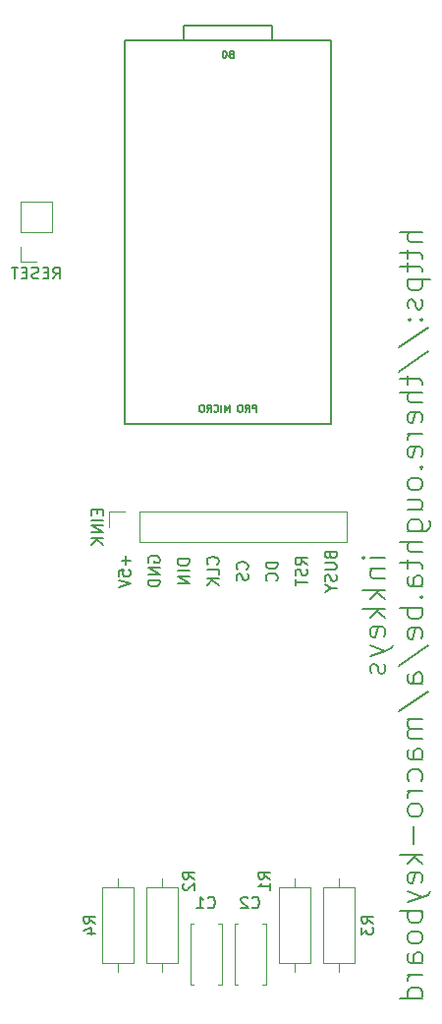
<source format=gbr>
G04 #@! TF.GenerationSoftware,KiCad,Pcbnew,(6.0.0)*
G04 #@! TF.CreationDate,2022-01-02T21:04:18+02:00*
G04 #@! TF.ProjectId,inkkeys,696e6b6b-6579-4732-9e6b-696361645f70,rev?*
G04 #@! TF.SameCoordinates,Original*
G04 #@! TF.FileFunction,Legend,Bot*
G04 #@! TF.FilePolarity,Positive*
%FSLAX46Y46*%
G04 Gerber Fmt 4.6, Leading zero omitted, Abs format (unit mm)*
G04 Created by KiCad (PCBNEW (6.0.0)) date 2022-01-02 21:04:18*
%MOMM*%
%LPD*%
G01*
G04 APERTURE LIST*
%ADD10C,0.150000*%
%ADD11C,0.127000*%
%ADD12C,0.120000*%
G04 APERTURE END LIST*
D10*
X98988571Y-79922857D02*
X99036190Y-80065714D01*
X99083809Y-80113333D01*
X99179047Y-80160952D01*
X99321904Y-80160952D01*
X99417142Y-80113333D01*
X99464761Y-80065714D01*
X99512380Y-79970476D01*
X99512380Y-79589523D01*
X98512380Y-79589523D01*
X98512380Y-79922857D01*
X98560000Y-80018095D01*
X98607619Y-80065714D01*
X98702857Y-80113333D01*
X98798095Y-80113333D01*
X98893333Y-80065714D01*
X98940952Y-80018095D01*
X98988571Y-79922857D01*
X98988571Y-79589523D01*
X98512380Y-80589523D02*
X99321904Y-80589523D01*
X99417142Y-80637142D01*
X99464761Y-80684761D01*
X99512380Y-80780000D01*
X99512380Y-80970476D01*
X99464761Y-81065714D01*
X99417142Y-81113333D01*
X99321904Y-81160952D01*
X98512380Y-81160952D01*
X99464761Y-81589523D02*
X99512380Y-81732380D01*
X99512380Y-81970476D01*
X99464761Y-82065714D01*
X99417142Y-82113333D01*
X99321904Y-82160952D01*
X99226666Y-82160952D01*
X99131428Y-82113333D01*
X99083809Y-82065714D01*
X99036190Y-81970476D01*
X98988571Y-81780000D01*
X98940952Y-81684761D01*
X98893333Y-81637142D01*
X98798095Y-81589523D01*
X98702857Y-81589523D01*
X98607619Y-81637142D01*
X98560000Y-81684761D01*
X98512380Y-81780000D01*
X98512380Y-82018095D01*
X98560000Y-82160952D01*
X99036190Y-82780000D02*
X99512380Y-82780000D01*
X98512380Y-82446666D02*
X99036190Y-82780000D01*
X98512380Y-83113333D01*
X96972380Y-80732380D02*
X96496190Y-80399047D01*
X96972380Y-80160952D02*
X95972380Y-80160952D01*
X95972380Y-80541904D01*
X96020000Y-80637142D01*
X96067619Y-80684761D01*
X96162857Y-80732380D01*
X96305714Y-80732380D01*
X96400952Y-80684761D01*
X96448571Y-80637142D01*
X96496190Y-80541904D01*
X96496190Y-80160952D01*
X96924761Y-81113333D02*
X96972380Y-81256190D01*
X96972380Y-81494285D01*
X96924761Y-81589523D01*
X96877142Y-81637142D01*
X96781904Y-81684761D01*
X96686666Y-81684761D01*
X96591428Y-81637142D01*
X96543809Y-81589523D01*
X96496190Y-81494285D01*
X96448571Y-81303809D01*
X96400952Y-81208571D01*
X96353333Y-81160952D01*
X96258095Y-81113333D01*
X96162857Y-81113333D01*
X96067619Y-81160952D01*
X96020000Y-81208571D01*
X95972380Y-81303809D01*
X95972380Y-81541904D01*
X96020000Y-81684761D01*
X95972380Y-81970476D02*
X95972380Y-82541904D01*
X96972380Y-82256190D02*
X95972380Y-82256190D01*
X94432380Y-80518095D02*
X93432380Y-80518095D01*
X93432380Y-80756190D01*
X93480000Y-80899047D01*
X93575238Y-80994285D01*
X93670476Y-81041904D01*
X93860952Y-81089523D01*
X94003809Y-81089523D01*
X94194285Y-81041904D01*
X94289523Y-80994285D01*
X94384761Y-80899047D01*
X94432380Y-80756190D01*
X94432380Y-80518095D01*
X94337142Y-82089523D02*
X94384761Y-82041904D01*
X94432380Y-81899047D01*
X94432380Y-81803809D01*
X94384761Y-81660952D01*
X94289523Y-81565714D01*
X94194285Y-81518095D01*
X94003809Y-81470476D01*
X93860952Y-81470476D01*
X93670476Y-81518095D01*
X93575238Y-81565714D01*
X93480000Y-81660952D01*
X93432380Y-81803809D01*
X93432380Y-81899047D01*
X93480000Y-82041904D01*
X93527619Y-82089523D01*
X91797142Y-81113333D02*
X91844761Y-81065714D01*
X91892380Y-80922857D01*
X91892380Y-80827619D01*
X91844761Y-80684761D01*
X91749523Y-80589523D01*
X91654285Y-80541904D01*
X91463809Y-80494285D01*
X91320952Y-80494285D01*
X91130476Y-80541904D01*
X91035238Y-80589523D01*
X90940000Y-80684761D01*
X90892380Y-80827619D01*
X90892380Y-80922857D01*
X90940000Y-81065714D01*
X90987619Y-81113333D01*
X91844761Y-81494285D02*
X91892380Y-81637142D01*
X91892380Y-81875238D01*
X91844761Y-81970476D01*
X91797142Y-82018095D01*
X91701904Y-82065714D01*
X91606666Y-82065714D01*
X91511428Y-82018095D01*
X91463809Y-81970476D01*
X91416190Y-81875238D01*
X91368571Y-81684761D01*
X91320952Y-81589523D01*
X91273333Y-81541904D01*
X91178095Y-81494285D01*
X91082857Y-81494285D01*
X90987619Y-81541904D01*
X90940000Y-81589523D01*
X90892380Y-81684761D01*
X90892380Y-81922857D01*
X90940000Y-82065714D01*
X89257142Y-80684761D02*
X89304761Y-80637142D01*
X89352380Y-80494285D01*
X89352380Y-80399047D01*
X89304761Y-80256190D01*
X89209523Y-80160952D01*
X89114285Y-80113333D01*
X88923809Y-80065714D01*
X88780952Y-80065714D01*
X88590476Y-80113333D01*
X88495238Y-80160952D01*
X88400000Y-80256190D01*
X88352380Y-80399047D01*
X88352380Y-80494285D01*
X88400000Y-80637142D01*
X88447619Y-80684761D01*
X89352380Y-81589523D02*
X89352380Y-81113333D01*
X88352380Y-81113333D01*
X89352380Y-81922857D02*
X88352380Y-81922857D01*
X89352380Y-82494285D02*
X88780952Y-82065714D01*
X88352380Y-82494285D02*
X88923809Y-81922857D01*
X86812380Y-80256190D02*
X85812380Y-80256190D01*
X85812380Y-80494285D01*
X85860000Y-80637142D01*
X85955238Y-80732380D01*
X86050476Y-80780000D01*
X86240952Y-80827619D01*
X86383809Y-80827619D01*
X86574285Y-80780000D01*
X86669523Y-80732380D01*
X86764761Y-80637142D01*
X86812380Y-80494285D01*
X86812380Y-80256190D01*
X86812380Y-81256190D02*
X85812380Y-81256190D01*
X86812380Y-81732380D02*
X85812380Y-81732380D01*
X86812380Y-82303809D01*
X85812380Y-82303809D01*
X83320000Y-80518095D02*
X83272380Y-80422857D01*
X83272380Y-80280000D01*
X83320000Y-80137142D01*
X83415238Y-80041904D01*
X83510476Y-79994285D01*
X83700952Y-79946666D01*
X83843809Y-79946666D01*
X84034285Y-79994285D01*
X84129523Y-80041904D01*
X84224761Y-80137142D01*
X84272380Y-80280000D01*
X84272380Y-80375238D01*
X84224761Y-80518095D01*
X84177142Y-80565714D01*
X83843809Y-80565714D01*
X83843809Y-80375238D01*
X84272380Y-80994285D02*
X83272380Y-80994285D01*
X84272380Y-81565714D01*
X83272380Y-81565714D01*
X84272380Y-82041904D02*
X83272380Y-82041904D01*
X83272380Y-82280000D01*
X83320000Y-82422857D01*
X83415238Y-82518095D01*
X83510476Y-82565714D01*
X83700952Y-82613333D01*
X83843809Y-82613333D01*
X84034285Y-82565714D01*
X84129523Y-82518095D01*
X84224761Y-82422857D01*
X84272380Y-82280000D01*
X84272380Y-82041904D01*
X81351428Y-79994285D02*
X81351428Y-80756190D01*
X81732380Y-80375238D02*
X80970476Y-80375238D01*
X80732380Y-81708571D02*
X80732380Y-81232380D01*
X81208571Y-81184761D01*
X81160952Y-81232380D01*
X81113333Y-81327619D01*
X81113333Y-81565714D01*
X81160952Y-81660952D01*
X81208571Y-81708571D01*
X81303809Y-81756190D01*
X81541904Y-81756190D01*
X81637142Y-81708571D01*
X81684761Y-81660952D01*
X81732380Y-81565714D01*
X81732380Y-81327619D01*
X81684761Y-81232380D01*
X81637142Y-81184761D01*
X80732380Y-82041904D02*
X81732380Y-82375238D01*
X80732380Y-82708571D01*
X103734761Y-80137619D02*
X102401428Y-80137619D01*
X101734761Y-80137619D02*
X101830000Y-80042380D01*
X101925238Y-80137619D01*
X101830000Y-80232857D01*
X101734761Y-80137619D01*
X101925238Y-80137619D01*
X102401428Y-81090000D02*
X103734761Y-81090000D01*
X102591904Y-81090000D02*
X102496666Y-81185238D01*
X102401428Y-81375714D01*
X102401428Y-81661428D01*
X102496666Y-81851904D01*
X102687142Y-81947142D01*
X103734761Y-81947142D01*
X103734761Y-82899523D02*
X101734761Y-82899523D01*
X102972857Y-83090000D02*
X103734761Y-83661428D01*
X102401428Y-83661428D02*
X103163333Y-82899523D01*
X103734761Y-84518571D02*
X101734761Y-84518571D01*
X102972857Y-84709047D02*
X103734761Y-85280476D01*
X102401428Y-85280476D02*
X103163333Y-84518571D01*
X103639523Y-86899523D02*
X103734761Y-86709047D01*
X103734761Y-86328095D01*
X103639523Y-86137619D01*
X103449047Y-86042380D01*
X102687142Y-86042380D01*
X102496666Y-86137619D01*
X102401428Y-86328095D01*
X102401428Y-86709047D01*
X102496666Y-86899523D01*
X102687142Y-86994761D01*
X102877619Y-86994761D01*
X103068095Y-86042380D01*
X102401428Y-87661428D02*
X103734761Y-88137619D01*
X102401428Y-88613809D02*
X103734761Y-88137619D01*
X104210952Y-87947142D01*
X104306190Y-87851904D01*
X104401428Y-87661428D01*
X103639523Y-89280476D02*
X103734761Y-89470952D01*
X103734761Y-89851904D01*
X103639523Y-90042380D01*
X103449047Y-90137619D01*
X103353809Y-90137619D01*
X103163333Y-90042380D01*
X103068095Y-89851904D01*
X103068095Y-89566190D01*
X102972857Y-89375714D01*
X102782380Y-89280476D01*
X102687142Y-89280476D01*
X102496666Y-89375714D01*
X102401428Y-89566190D01*
X102401428Y-89851904D01*
X102496666Y-90042380D01*
X106954761Y-52090000D02*
X104954761Y-52090000D01*
X106954761Y-52947142D02*
X105907142Y-52947142D01*
X105716666Y-52851904D01*
X105621428Y-52661428D01*
X105621428Y-52375714D01*
X105716666Y-52185238D01*
X105811904Y-52090000D01*
X105621428Y-53613809D02*
X105621428Y-54375714D01*
X104954761Y-53899523D02*
X106669047Y-53899523D01*
X106859523Y-53994761D01*
X106954761Y-54185238D01*
X106954761Y-54375714D01*
X105621428Y-54756666D02*
X105621428Y-55518571D01*
X104954761Y-55042380D02*
X106669047Y-55042380D01*
X106859523Y-55137619D01*
X106954761Y-55328095D01*
X106954761Y-55518571D01*
X105621428Y-56185238D02*
X107621428Y-56185238D01*
X105716666Y-56185238D02*
X105621428Y-56375714D01*
X105621428Y-56756666D01*
X105716666Y-56947142D01*
X105811904Y-57042380D01*
X106002380Y-57137619D01*
X106573809Y-57137619D01*
X106764285Y-57042380D01*
X106859523Y-56947142D01*
X106954761Y-56756666D01*
X106954761Y-56375714D01*
X106859523Y-56185238D01*
X106859523Y-57899523D02*
X106954761Y-58090000D01*
X106954761Y-58470952D01*
X106859523Y-58661428D01*
X106669047Y-58756666D01*
X106573809Y-58756666D01*
X106383333Y-58661428D01*
X106288095Y-58470952D01*
X106288095Y-58185238D01*
X106192857Y-57994761D01*
X106002380Y-57899523D01*
X105907142Y-57899523D01*
X105716666Y-57994761D01*
X105621428Y-58185238D01*
X105621428Y-58470952D01*
X105716666Y-58661428D01*
X106764285Y-59613809D02*
X106859523Y-59709047D01*
X106954761Y-59613809D01*
X106859523Y-59518571D01*
X106764285Y-59613809D01*
X106954761Y-59613809D01*
X105716666Y-59613809D02*
X105811904Y-59709047D01*
X105907142Y-59613809D01*
X105811904Y-59518571D01*
X105716666Y-59613809D01*
X105907142Y-59613809D01*
X104859523Y-61994761D02*
X107430952Y-60280476D01*
X104859523Y-64090000D02*
X107430952Y-62375714D01*
X105621428Y-64470952D02*
X105621428Y-65232857D01*
X104954761Y-64756666D02*
X106669047Y-64756666D01*
X106859523Y-64851904D01*
X106954761Y-65042380D01*
X106954761Y-65232857D01*
X106954761Y-65899523D02*
X104954761Y-65899523D01*
X106954761Y-66756666D02*
X105907142Y-66756666D01*
X105716666Y-66661428D01*
X105621428Y-66470952D01*
X105621428Y-66185238D01*
X105716666Y-65994761D01*
X105811904Y-65899523D01*
X106859523Y-68470952D02*
X106954761Y-68280476D01*
X106954761Y-67899523D01*
X106859523Y-67709047D01*
X106669047Y-67613809D01*
X105907142Y-67613809D01*
X105716666Y-67709047D01*
X105621428Y-67899523D01*
X105621428Y-68280476D01*
X105716666Y-68470952D01*
X105907142Y-68566190D01*
X106097619Y-68566190D01*
X106288095Y-67613809D01*
X106954761Y-69423333D02*
X105621428Y-69423333D01*
X106002380Y-69423333D02*
X105811904Y-69518571D01*
X105716666Y-69613809D01*
X105621428Y-69804285D01*
X105621428Y-69994761D01*
X106859523Y-71423333D02*
X106954761Y-71232857D01*
X106954761Y-70851904D01*
X106859523Y-70661428D01*
X106669047Y-70566190D01*
X105907142Y-70566190D01*
X105716666Y-70661428D01*
X105621428Y-70851904D01*
X105621428Y-71232857D01*
X105716666Y-71423333D01*
X105907142Y-71518571D01*
X106097619Y-71518571D01*
X106288095Y-70566190D01*
X106764285Y-72375714D02*
X106859523Y-72470952D01*
X106954761Y-72375714D01*
X106859523Y-72280476D01*
X106764285Y-72375714D01*
X106954761Y-72375714D01*
X106954761Y-73613809D02*
X106859523Y-73423333D01*
X106764285Y-73328095D01*
X106573809Y-73232857D01*
X106002380Y-73232857D01*
X105811904Y-73328095D01*
X105716666Y-73423333D01*
X105621428Y-73613809D01*
X105621428Y-73899523D01*
X105716666Y-74090000D01*
X105811904Y-74185238D01*
X106002380Y-74280476D01*
X106573809Y-74280476D01*
X106764285Y-74185238D01*
X106859523Y-74090000D01*
X106954761Y-73899523D01*
X106954761Y-73613809D01*
X105621428Y-75994761D02*
X106954761Y-75994761D01*
X105621428Y-75137619D02*
X106669047Y-75137619D01*
X106859523Y-75232857D01*
X106954761Y-75423333D01*
X106954761Y-75709047D01*
X106859523Y-75899523D01*
X106764285Y-75994761D01*
X105621428Y-77804285D02*
X107240476Y-77804285D01*
X107430952Y-77709047D01*
X107526190Y-77613809D01*
X107621428Y-77423333D01*
X107621428Y-77137619D01*
X107526190Y-76947142D01*
X106859523Y-77804285D02*
X106954761Y-77613809D01*
X106954761Y-77232857D01*
X106859523Y-77042380D01*
X106764285Y-76947142D01*
X106573809Y-76851904D01*
X106002380Y-76851904D01*
X105811904Y-76947142D01*
X105716666Y-77042380D01*
X105621428Y-77232857D01*
X105621428Y-77613809D01*
X105716666Y-77804285D01*
X106954761Y-78756666D02*
X104954761Y-78756666D01*
X106954761Y-79613809D02*
X105907142Y-79613809D01*
X105716666Y-79518571D01*
X105621428Y-79328095D01*
X105621428Y-79042380D01*
X105716666Y-78851904D01*
X105811904Y-78756666D01*
X105621428Y-80280476D02*
X105621428Y-81042380D01*
X104954761Y-80566190D02*
X106669047Y-80566190D01*
X106859523Y-80661428D01*
X106954761Y-80851904D01*
X106954761Y-81042380D01*
X106954761Y-82566190D02*
X105907142Y-82566190D01*
X105716666Y-82470952D01*
X105621428Y-82280476D01*
X105621428Y-81899523D01*
X105716666Y-81709047D01*
X106859523Y-82566190D02*
X106954761Y-82375714D01*
X106954761Y-81899523D01*
X106859523Y-81709047D01*
X106669047Y-81613809D01*
X106478571Y-81613809D01*
X106288095Y-81709047D01*
X106192857Y-81899523D01*
X106192857Y-82375714D01*
X106097619Y-82566190D01*
X106764285Y-83518571D02*
X106859523Y-83613809D01*
X106954761Y-83518571D01*
X106859523Y-83423333D01*
X106764285Y-83518571D01*
X106954761Y-83518571D01*
X106954761Y-84470952D02*
X104954761Y-84470952D01*
X105716666Y-84470952D02*
X105621428Y-84661428D01*
X105621428Y-85042380D01*
X105716666Y-85232857D01*
X105811904Y-85328095D01*
X106002380Y-85423333D01*
X106573809Y-85423333D01*
X106764285Y-85328095D01*
X106859523Y-85232857D01*
X106954761Y-85042380D01*
X106954761Y-84661428D01*
X106859523Y-84470952D01*
X106859523Y-87042380D02*
X106954761Y-86851904D01*
X106954761Y-86470952D01*
X106859523Y-86280476D01*
X106669047Y-86185238D01*
X105907142Y-86185238D01*
X105716666Y-86280476D01*
X105621428Y-86470952D01*
X105621428Y-86851904D01*
X105716666Y-87042380D01*
X105907142Y-87137619D01*
X106097619Y-87137619D01*
X106288095Y-86185238D01*
X104859523Y-89423333D02*
X107430952Y-87709047D01*
X106954761Y-90947142D02*
X105907142Y-90947142D01*
X105716666Y-90851904D01*
X105621428Y-90661428D01*
X105621428Y-90280476D01*
X105716666Y-90089999D01*
X106859523Y-90947142D02*
X106954761Y-90756666D01*
X106954761Y-90280476D01*
X106859523Y-90089999D01*
X106669047Y-89994761D01*
X106478571Y-89994761D01*
X106288095Y-90089999D01*
X106192857Y-90280476D01*
X106192857Y-90756666D01*
X106097619Y-90947142D01*
X104859523Y-93328095D02*
X107430952Y-91613809D01*
X106954761Y-93994761D02*
X105621428Y-93994761D01*
X105811904Y-93994761D02*
X105716666Y-94089999D01*
X105621428Y-94280476D01*
X105621428Y-94566190D01*
X105716666Y-94756666D01*
X105907142Y-94851904D01*
X106954761Y-94851904D01*
X105907142Y-94851904D02*
X105716666Y-94947142D01*
X105621428Y-95137619D01*
X105621428Y-95423333D01*
X105716666Y-95613809D01*
X105907142Y-95709047D01*
X106954761Y-95709047D01*
X106954761Y-97518571D02*
X105907142Y-97518571D01*
X105716666Y-97423333D01*
X105621428Y-97232857D01*
X105621428Y-96851904D01*
X105716666Y-96661428D01*
X106859523Y-97518571D02*
X106954761Y-97328095D01*
X106954761Y-96851904D01*
X106859523Y-96661428D01*
X106669047Y-96566190D01*
X106478571Y-96566190D01*
X106288095Y-96661428D01*
X106192857Y-96851904D01*
X106192857Y-97328095D01*
X106097619Y-97518571D01*
X106859523Y-99328095D02*
X106954761Y-99137619D01*
X106954761Y-98756666D01*
X106859523Y-98566190D01*
X106764285Y-98470952D01*
X106573809Y-98375714D01*
X106002380Y-98375714D01*
X105811904Y-98470952D01*
X105716666Y-98566190D01*
X105621428Y-98756666D01*
X105621428Y-99137619D01*
X105716666Y-99328095D01*
X106954761Y-100185238D02*
X105621428Y-100185238D01*
X106002380Y-100185238D02*
X105811904Y-100280476D01*
X105716666Y-100375714D01*
X105621428Y-100566190D01*
X105621428Y-100756666D01*
X106954761Y-101709047D02*
X106859523Y-101518571D01*
X106764285Y-101423333D01*
X106573809Y-101328095D01*
X106002380Y-101328095D01*
X105811904Y-101423333D01*
X105716666Y-101518571D01*
X105621428Y-101709047D01*
X105621428Y-101994761D01*
X105716666Y-102185238D01*
X105811904Y-102280476D01*
X106002380Y-102375714D01*
X106573809Y-102375714D01*
X106764285Y-102280476D01*
X106859523Y-102185238D01*
X106954761Y-101994761D01*
X106954761Y-101709047D01*
X106192857Y-103232857D02*
X106192857Y-104756666D01*
X106954761Y-105709047D02*
X104954761Y-105709047D01*
X106192857Y-105899523D02*
X106954761Y-106470952D01*
X105621428Y-106470952D02*
X106383333Y-105709047D01*
X106859523Y-108089999D02*
X106954761Y-107899523D01*
X106954761Y-107518571D01*
X106859523Y-107328095D01*
X106669047Y-107232857D01*
X105907142Y-107232857D01*
X105716666Y-107328095D01*
X105621428Y-107518571D01*
X105621428Y-107899523D01*
X105716666Y-108089999D01*
X105907142Y-108185238D01*
X106097619Y-108185238D01*
X106288095Y-107232857D01*
X105621428Y-108851904D02*
X106954761Y-109328095D01*
X105621428Y-109804285D02*
X106954761Y-109328095D01*
X107430952Y-109137619D01*
X107526190Y-109042380D01*
X107621428Y-108851904D01*
X106954761Y-110566190D02*
X104954761Y-110566190D01*
X105716666Y-110566190D02*
X105621428Y-110756666D01*
X105621428Y-111137619D01*
X105716666Y-111328095D01*
X105811904Y-111423333D01*
X106002380Y-111518571D01*
X106573809Y-111518571D01*
X106764285Y-111423333D01*
X106859523Y-111328095D01*
X106954761Y-111137619D01*
X106954761Y-110756666D01*
X106859523Y-110566190D01*
X106954761Y-112661428D02*
X106859523Y-112470952D01*
X106764285Y-112375714D01*
X106573809Y-112280476D01*
X106002380Y-112280476D01*
X105811904Y-112375714D01*
X105716666Y-112470952D01*
X105621428Y-112661428D01*
X105621428Y-112947142D01*
X105716666Y-113137619D01*
X105811904Y-113232857D01*
X106002380Y-113328095D01*
X106573809Y-113328095D01*
X106764285Y-113232857D01*
X106859523Y-113137619D01*
X106954761Y-112947142D01*
X106954761Y-112661428D01*
X106954761Y-115042380D02*
X105907142Y-115042380D01*
X105716666Y-114947142D01*
X105621428Y-114756666D01*
X105621428Y-114375714D01*
X105716666Y-114185238D01*
X106859523Y-115042380D02*
X106954761Y-114851904D01*
X106954761Y-114375714D01*
X106859523Y-114185238D01*
X106669047Y-114089999D01*
X106478571Y-114089999D01*
X106288095Y-114185238D01*
X106192857Y-114375714D01*
X106192857Y-114851904D01*
X106097619Y-115042380D01*
X106954761Y-115994761D02*
X105621428Y-115994761D01*
X106002380Y-115994761D02*
X105811904Y-116089999D01*
X105716666Y-116185238D01*
X105621428Y-116375714D01*
X105621428Y-116566190D01*
X106954761Y-118089999D02*
X104954761Y-118089999D01*
X106859523Y-118089999D02*
X106954761Y-117899523D01*
X106954761Y-117518571D01*
X106859523Y-117328095D01*
X106764285Y-117232857D01*
X106573809Y-117137619D01*
X106002380Y-117137619D01*
X105811904Y-117232857D01*
X105716666Y-117328095D01*
X105621428Y-117518571D01*
X105621428Y-117899523D01*
X105716666Y-118089999D01*
D11*
X90416742Y-36786457D02*
X90329657Y-36815485D01*
X90300628Y-36844514D01*
X90271600Y-36902571D01*
X90271600Y-36989657D01*
X90300628Y-37047714D01*
X90329657Y-37076742D01*
X90387714Y-37105771D01*
X90619942Y-37105771D01*
X90619942Y-36496171D01*
X90416742Y-36496171D01*
X90358685Y-36525200D01*
X90329657Y-36554228D01*
X90300628Y-36612285D01*
X90300628Y-36670342D01*
X90329657Y-36728400D01*
X90358685Y-36757428D01*
X90416742Y-36786457D01*
X90619942Y-36786457D01*
X89894228Y-36496171D02*
X89836171Y-36496171D01*
X89778114Y-36525200D01*
X89749085Y-36554228D01*
X89720057Y-36612285D01*
X89691028Y-36728400D01*
X89691028Y-36873542D01*
X89720057Y-36989657D01*
X89749085Y-37047714D01*
X89778114Y-37076742D01*
X89836171Y-37105771D01*
X89894228Y-37105771D01*
X89952285Y-37076742D01*
X89981314Y-37047714D01*
X90010342Y-36989657D01*
X90039371Y-36873542D01*
X90039371Y-36728400D01*
X90010342Y-36612285D01*
X89981314Y-36554228D01*
X89952285Y-36525200D01*
X89894228Y-36496171D01*
X92608400Y-67585771D02*
X92608400Y-66976171D01*
X92376171Y-66976171D01*
X92318114Y-67005200D01*
X92289085Y-67034228D01*
X92260057Y-67092285D01*
X92260057Y-67179371D01*
X92289085Y-67237428D01*
X92318114Y-67266457D01*
X92376171Y-67295485D01*
X92608400Y-67295485D01*
X91650457Y-67585771D02*
X91853657Y-67295485D01*
X91998800Y-67585771D02*
X91998800Y-66976171D01*
X91766571Y-66976171D01*
X91708514Y-67005200D01*
X91679485Y-67034228D01*
X91650457Y-67092285D01*
X91650457Y-67179371D01*
X91679485Y-67237428D01*
X91708514Y-67266457D01*
X91766571Y-67295485D01*
X91998800Y-67295485D01*
X91273085Y-66976171D02*
X91156971Y-66976171D01*
X91098914Y-67005200D01*
X91040857Y-67063257D01*
X91011828Y-67179371D01*
X91011828Y-67382571D01*
X91040857Y-67498685D01*
X91098914Y-67556742D01*
X91156971Y-67585771D01*
X91273085Y-67585771D01*
X91331142Y-67556742D01*
X91389200Y-67498685D01*
X91418228Y-67382571D01*
X91418228Y-67179371D01*
X91389200Y-67063257D01*
X91331142Y-67005200D01*
X91273085Y-66976171D01*
X90286114Y-67585771D02*
X90286114Y-66976171D01*
X90082914Y-67411600D01*
X89879714Y-66976171D01*
X89879714Y-67585771D01*
X89589428Y-67585771D02*
X89589428Y-66976171D01*
X88950800Y-67527714D02*
X88979828Y-67556742D01*
X89066914Y-67585771D01*
X89124971Y-67585771D01*
X89212057Y-67556742D01*
X89270114Y-67498685D01*
X89299142Y-67440628D01*
X89328171Y-67324514D01*
X89328171Y-67237428D01*
X89299142Y-67121314D01*
X89270114Y-67063257D01*
X89212057Y-67005200D01*
X89124971Y-66976171D01*
X89066914Y-66976171D01*
X88979828Y-67005200D01*
X88950800Y-67034228D01*
X88341200Y-67585771D02*
X88544400Y-67295485D01*
X88689542Y-67585771D02*
X88689542Y-66976171D01*
X88457314Y-66976171D01*
X88399257Y-67005200D01*
X88370228Y-67034228D01*
X88341200Y-67092285D01*
X88341200Y-67179371D01*
X88370228Y-67237428D01*
X88399257Y-67266457D01*
X88457314Y-67295485D01*
X88689542Y-67295485D01*
X87963828Y-66976171D02*
X87847714Y-66976171D01*
X87789657Y-67005200D01*
X87731600Y-67063257D01*
X87702571Y-67179371D01*
X87702571Y-67382571D01*
X87731600Y-67498685D01*
X87789657Y-67556742D01*
X87847714Y-67585771D01*
X87963828Y-67585771D01*
X88021885Y-67556742D01*
X88079942Y-67498685D01*
X88108971Y-67382571D01*
X88108971Y-67179371D01*
X88079942Y-67063257D01*
X88021885Y-67005200D01*
X87963828Y-66976171D01*
D10*
X78878571Y-75993809D02*
X78878571Y-76327142D01*
X79402380Y-76470000D02*
X79402380Y-75993809D01*
X78402380Y-75993809D01*
X78402380Y-76470000D01*
X79402380Y-76898571D02*
X78402380Y-76898571D01*
X79402380Y-77374761D02*
X78402380Y-77374761D01*
X79402380Y-77946190D01*
X78402380Y-77946190D01*
X79402380Y-78422380D02*
X78402380Y-78422380D01*
X79402380Y-78993809D02*
X78830952Y-78565238D01*
X78402380Y-78993809D02*
X78973809Y-78422380D01*
X75112380Y-56122380D02*
X75445714Y-55646190D01*
X75683809Y-56122380D02*
X75683809Y-55122380D01*
X75302857Y-55122380D01*
X75207619Y-55170000D01*
X75160000Y-55217619D01*
X75112380Y-55312857D01*
X75112380Y-55455714D01*
X75160000Y-55550952D01*
X75207619Y-55598571D01*
X75302857Y-55646190D01*
X75683809Y-55646190D01*
X74683809Y-55598571D02*
X74350476Y-55598571D01*
X74207619Y-56122380D02*
X74683809Y-56122380D01*
X74683809Y-55122380D01*
X74207619Y-55122380D01*
X73826666Y-56074761D02*
X73683809Y-56122380D01*
X73445714Y-56122380D01*
X73350476Y-56074761D01*
X73302857Y-56027142D01*
X73255238Y-55931904D01*
X73255238Y-55836666D01*
X73302857Y-55741428D01*
X73350476Y-55693809D01*
X73445714Y-55646190D01*
X73636190Y-55598571D01*
X73731428Y-55550952D01*
X73779047Y-55503333D01*
X73826666Y-55408095D01*
X73826666Y-55312857D01*
X73779047Y-55217619D01*
X73731428Y-55170000D01*
X73636190Y-55122380D01*
X73398095Y-55122380D01*
X73255238Y-55170000D01*
X72826666Y-55598571D02*
X72493333Y-55598571D01*
X72350476Y-56122380D02*
X72826666Y-56122380D01*
X72826666Y-55122380D01*
X72350476Y-55122380D01*
X72064761Y-55122380D02*
X71493333Y-55122380D01*
X71779047Y-56122380D02*
X71779047Y-55122380D01*
X88431666Y-110212142D02*
X88479285Y-110259761D01*
X88622142Y-110307380D01*
X88717380Y-110307380D01*
X88860238Y-110259761D01*
X88955476Y-110164523D01*
X89003095Y-110069285D01*
X89050714Y-109878809D01*
X89050714Y-109735952D01*
X89003095Y-109545476D01*
X88955476Y-109450238D01*
X88860238Y-109355000D01*
X88717380Y-109307380D01*
X88622142Y-109307380D01*
X88479285Y-109355000D01*
X88431666Y-109402619D01*
X87479285Y-110307380D02*
X88050714Y-110307380D01*
X87765000Y-110307380D02*
X87765000Y-109307380D01*
X87860238Y-109450238D01*
X87955476Y-109545476D01*
X88050714Y-109593095D01*
X92241666Y-110212142D02*
X92289285Y-110259761D01*
X92432142Y-110307380D01*
X92527380Y-110307380D01*
X92670238Y-110259761D01*
X92765476Y-110164523D01*
X92813095Y-110069285D01*
X92860714Y-109878809D01*
X92860714Y-109735952D01*
X92813095Y-109545476D01*
X92765476Y-109450238D01*
X92670238Y-109355000D01*
X92527380Y-109307380D01*
X92432142Y-109307380D01*
X92289285Y-109355000D01*
X92241666Y-109402619D01*
X91860714Y-109402619D02*
X91813095Y-109355000D01*
X91717857Y-109307380D01*
X91479761Y-109307380D01*
X91384523Y-109355000D01*
X91336904Y-109402619D01*
X91289285Y-109497857D01*
X91289285Y-109593095D01*
X91336904Y-109735952D01*
X91908333Y-110307380D01*
X91289285Y-110307380D01*
X93797380Y-107783333D02*
X93321190Y-107450000D01*
X93797380Y-107211904D02*
X92797380Y-107211904D01*
X92797380Y-107592857D01*
X92845000Y-107688095D01*
X92892619Y-107735714D01*
X92987857Y-107783333D01*
X93130714Y-107783333D01*
X93225952Y-107735714D01*
X93273571Y-107688095D01*
X93321190Y-107592857D01*
X93321190Y-107211904D01*
X93797380Y-108735714D02*
X93797380Y-108164285D01*
X93797380Y-108450000D02*
X92797380Y-108450000D01*
X92940238Y-108354761D01*
X93035476Y-108259523D01*
X93083095Y-108164285D01*
X87277380Y-107783333D02*
X86801190Y-107450000D01*
X87277380Y-107211904D02*
X86277380Y-107211904D01*
X86277380Y-107592857D01*
X86325000Y-107688095D01*
X86372619Y-107735714D01*
X86467857Y-107783333D01*
X86610714Y-107783333D01*
X86705952Y-107735714D01*
X86753571Y-107688095D01*
X86801190Y-107592857D01*
X86801190Y-107211904D01*
X86372619Y-108164285D02*
X86325000Y-108211904D01*
X86277380Y-108307142D01*
X86277380Y-108545238D01*
X86325000Y-108640476D01*
X86372619Y-108688095D01*
X86467857Y-108735714D01*
X86563095Y-108735714D01*
X86705952Y-108688095D01*
X87277380Y-108116666D01*
X87277380Y-108735714D01*
X102687380Y-111593333D02*
X102211190Y-111260000D01*
X102687380Y-111021904D02*
X101687380Y-111021904D01*
X101687380Y-111402857D01*
X101735000Y-111498095D01*
X101782619Y-111545714D01*
X101877857Y-111593333D01*
X102020714Y-111593333D01*
X102115952Y-111545714D01*
X102163571Y-111498095D01*
X102211190Y-111402857D01*
X102211190Y-111021904D01*
X101687380Y-111926666D02*
X101687380Y-112545714D01*
X102068333Y-112212380D01*
X102068333Y-112355238D01*
X102115952Y-112450476D01*
X102163571Y-112498095D01*
X102258809Y-112545714D01*
X102496904Y-112545714D01*
X102592142Y-112498095D01*
X102639761Y-112450476D01*
X102687380Y-112355238D01*
X102687380Y-112069523D01*
X102639761Y-111974285D01*
X102592142Y-111926666D01*
X78727380Y-111593333D02*
X78251190Y-111260000D01*
X78727380Y-111021904D02*
X77727380Y-111021904D01*
X77727380Y-111402857D01*
X77775000Y-111498095D01*
X77822619Y-111545714D01*
X77917857Y-111593333D01*
X78060714Y-111593333D01*
X78155952Y-111545714D01*
X78203571Y-111498095D01*
X78251190Y-111402857D01*
X78251190Y-111021904D01*
X78060714Y-112450476D02*
X78727380Y-112450476D01*
X77679761Y-112212380D02*
X78394047Y-111974285D01*
X78394047Y-112593333D01*
D11*
X86360000Y-34290000D02*
X86360000Y-35560000D01*
X93980000Y-34290000D02*
X86360000Y-34290000D01*
X93980000Y-35560000D02*
X93980000Y-34290000D01*
X81280000Y-35560000D02*
X99060000Y-35560000D01*
X81280000Y-68580000D02*
X81280000Y-35560000D01*
X99060000Y-68580000D02*
X81280000Y-68580000D01*
X99060000Y-35560000D02*
X99060000Y-68580000D01*
D12*
X100390000Y-76140000D02*
X100390000Y-78800000D01*
X82550000Y-76140000D02*
X100390000Y-76140000D01*
X82550000Y-78800000D02*
X100390000Y-78800000D01*
X82550000Y-76140000D02*
X82550000Y-78800000D01*
X81280000Y-76140000D02*
X79950000Y-76140000D01*
X79950000Y-76140000D02*
X79950000Y-77470000D01*
X72330000Y-54670000D02*
X73660000Y-54670000D01*
X72330000Y-53340000D02*
X72330000Y-54670000D01*
X72330000Y-52070000D02*
X74990000Y-52070000D01*
X74990000Y-52070000D02*
X74990000Y-49470000D01*
X72330000Y-52070000D02*
X72330000Y-49470000D01*
X72330000Y-49470000D02*
X74990000Y-49470000D01*
X86895000Y-111640000D02*
X86895000Y-116880000D01*
X89635000Y-111640000D02*
X89635000Y-116880000D01*
X86895000Y-111640000D02*
X87210000Y-111640000D01*
X89320000Y-111640000D02*
X89635000Y-111640000D01*
X86895000Y-116880000D02*
X87210000Y-116880000D01*
X89320000Y-116880000D02*
X89635000Y-116880000D01*
X93130000Y-116880000D02*
X93445000Y-116880000D01*
X90705000Y-116880000D02*
X91020000Y-116880000D01*
X93130000Y-111640000D02*
X93445000Y-111640000D01*
X90705000Y-111640000D02*
X91020000Y-111640000D01*
X93445000Y-111640000D02*
X93445000Y-116880000D01*
X90705000Y-111640000D02*
X90705000Y-116880000D01*
X95885000Y-107720000D02*
X95885000Y-108490000D01*
X95885000Y-115800000D02*
X95885000Y-115030000D01*
X97255000Y-108490000D02*
X97255000Y-115030000D01*
X94515000Y-108490000D02*
X97255000Y-108490000D01*
X94515000Y-115030000D02*
X94515000Y-108490000D01*
X97255000Y-115030000D02*
X94515000Y-115030000D01*
X85825000Y-115030000D02*
X83085000Y-115030000D01*
X83085000Y-115030000D02*
X83085000Y-108490000D01*
X83085000Y-108490000D02*
X85825000Y-108490000D01*
X85825000Y-108490000D02*
X85825000Y-115030000D01*
X84455000Y-115800000D02*
X84455000Y-115030000D01*
X84455000Y-107720000D02*
X84455000Y-108490000D01*
X99695000Y-115800000D02*
X99695000Y-115030000D01*
X99695000Y-107720000D02*
X99695000Y-108490000D01*
X98325000Y-115030000D02*
X98325000Y-108490000D01*
X101065000Y-115030000D02*
X98325000Y-115030000D01*
X101065000Y-108490000D02*
X101065000Y-115030000D01*
X98325000Y-108490000D02*
X101065000Y-108490000D01*
X79275000Y-108490000D02*
X82015000Y-108490000D01*
X82015000Y-108490000D02*
X82015000Y-115030000D01*
X82015000Y-115030000D02*
X79275000Y-115030000D01*
X79275000Y-115030000D02*
X79275000Y-108490000D01*
X80645000Y-107720000D02*
X80645000Y-108490000D01*
X80645000Y-115800000D02*
X80645000Y-115030000D01*
M02*

</source>
